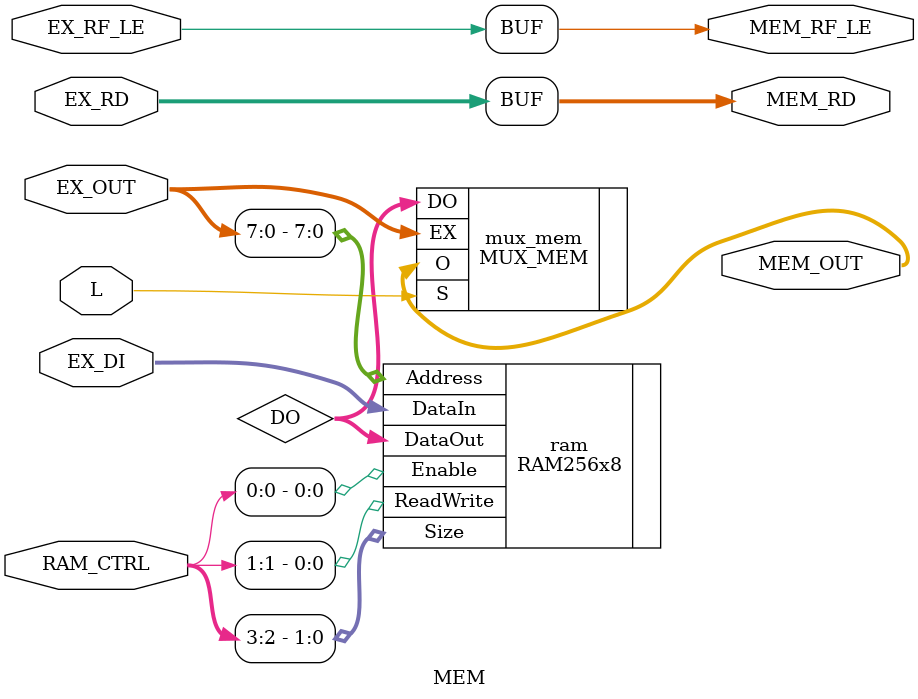
<source format=v>
`include "ROM.v"
`include "RAM.v"
`include "PC_ADDER.v"
`include "PIPELINE_REGISTERS.v"

`include "CU.v"
`include "TAG.v"
`include "ALU.v"
`include "OH.v"
`include "CH.v"
`include "MUXES.v"
`include "TP_REGISTER_FILE.v"

module IF (
  input wire CLK, RST, LE,
  input wire S,
  input wire [7:0] TA,

  output wire [7:0]  address,
  output wire [31:0] instruction
);

    wire [7:0] B_PC;
    wire [7:0] back_q;
    wire [7:0] front_q;
    wire [7:0] next_pc;
    wire [7:0] jump_mux;
    
    PC_BACK_REGISTER back_reg (
        .Q(back_q),
        .D(next_pc),
        .LE(LE),
        .Rst(Rst),
        .Clk(Clk)
    );

    MUX_IF pc_mux (
        .S(S),
        .TA(TA),
        .back(back_q),
        .O(jump_mux)
    );

    PC_FRONT_REGISTER front_reg (
        .Q(front_q),
        .D(jump_mux),
        .LE(LE),
        .Rst(Rst),
        .Clk(Clk)
    );

    PC_ADDER pc_adder (
        .currPC(jump_mux),
        .nextPC(next_pc)
    );

    ROM instr_mem (
        .I(instruction),
        .A(front_q)
    );

    assign address = front_q;

endmodule

module ID (
    input wire CLK,
    input wire S,
    input wire R_LE,
    input wire [7:0]  address,
    input wire [31:0] instruction,
    input wire [4:0]  RD,
    input wire [31:0] PD_EX,
    input wire [31:0] PD_MEM,
    input wire [31:0] PD_WB,

    input wire [1:0]  A_S,
    input wire [1:0]  B_S,

    output wire [7:0] return_address,
    output wire [7:0] target_address,
    output wire [31:0] FPA,
    output wire [31:0] FPB,
    output wire [2:0]  COND,
    output wire [20:0] IM,
    output wire [4:0]  IDR,

    output wire [4:0] RA,
    output wire [4:0] RB,

    // Control unit signals
    output wire [1:0] PSW_LE_RE,       // 2-bit PSW Load / Read Enable
    output wire B,                     // Branch
    output wire [2:0] SOH_OP,          // 3-bit Operand handler opcode
    output wire [3:0] ALU_OP,          // 4-bit ALU opcode
    output wire [3:0] RAM_CTRL,        // 4-bit Ram control
    output wire L,                     // Select Dataout from RAM
    output wire RF_LE,                 // Register File Load Enable
    output wire [1:0] ID_SR,           // 2-bit Instruction Decode Shift Register
    output wire UB                     // Unconditional Branch
);

  wire [4:0] RB_SHF_MUX;
  
  // From Control unit
  wire [1:0] CU_SRD;
  wire [1:0] CU_PSW_LE_RE;
  wire CU_B;
  wire [2:0] CU_SOH_OP;
  wire [3:0] CU_ALU_OP;
  wire [3:0] CU_RAM_CTRL;
  wire CU_L;
  wire CU_RF_LE;
  wire CU_UB;
  wire CU_SHF;
  
  // From Multiplexer of control unit
  wire MUX_SHF;

  wire [31:0] PA;
  wire [31:0] PB;

  CONTROL_UNIT control_unit (
      .instruction(instruction),
      .SRD(CU_SRD),             // Not pass to MUX
      .PSW_LE_RE(CU_PSW_LE_RE),  
      .B(CU_B),           
      .SOH_OP(CU_SOH_OP), 
      .ALU_OP(CU_ALU_OP),      
      .RAM_CTRL(CU_RAM_CTRL),  
      .L(CU_L),           
      .RF_LE(CU_RF_LE),   
      .ID_SR(ID_SR),           // Not pass to MUX
      .UB(CU_UB),
      .SHF(CU_SHF)
  );

  MUX_ID_IDR mux_id_idr (
      .S(CU_SRD),
      .I_0(instruction[4:0]),
      .I_1(instruction[25:21]),
      .I_2(instruction[20:16]),

      .IDR(IDR)
  );

  MUX_CU mux_cu (
      .S(S),

      .PSW_LE_RE_in(CU_PSW_LE_RE),
      .B_in(CU_B),
      .SOH_OP_in(CU_SOH_OP),
      .ALU_OP_in(CU_ALU_OP),
      .RAM_CTRL_in(CU_RAM_CTRL),
      .L_in(CU_L),
      .RF_LE_in(CU_RF_LE),
      .UB_in(CU_UB), 
      .SHF_in(CU_SHF), 

      .PSW_LE_RE_out(PSW_LE_RE),
      .B_out(B),
      .SOH_OP_out(SOH_OP),
      .ALU_OP_out(ALU_OP),
      .RAM_CTRL_out(RAM_CTRL),
      .L_out(L),
      .RF_LE_out(RF_LE),
      .UB_out(UB),
      .SHF_out(MUX_SHF)
  );

  MUX_ID_SHF mux_id_shf (
      .S(MUX_SHF),

      .RA(instruction[25:21]),
      .RB(instruction[20:16]),
      .O(RB_SHF_MUX)
  );

  TAG tag (
      .B_PC(address),           
      .offset(instruction[20:0]), 

      .TA(target_address),                
      .R(return_address)              
  );

  TP_REGISTER_FILE reg_file (
      .PA(PA), 
      .PB(PB), 

      .PW(PD_WB), 

      .RA(instruction[25:21]),
      .RB(RB_SHF_MUX),
      .RW(RD),

      .Clk(CLK),
      .LE(R_LE)
  );

  MUX_ID_FW_P fwpa (
      .S(A_S),

      .RP(PA),  
      .EX(PD_EX),  
      .MEM(PD_MEM), 
      .WB(PD_WB),  

      .FW_P(FPA)
  );

  MUX_ID_FW_P fwpb (
      .S(B_S),

      .RP(PB),  
      .EX(PD_EX),  
      .MEM(PD_MEM), 
      .WB(PD_WB),  

      .FW_P(FPB)
  );

  assign RA = instruction[25:21];
  assign RB = RB_SHF_MUX;
  assign IM = instruction[20:0];
  assign COND = instruction[15:13];

endmodule


module EX (
  input wire CLK,

  input wire [7:0] return_address,
  input wire [7:0] target_address,
  input wire [31:0] FPA,
  input wire [31:0] FPB,
  input wire [2:0]  COND,
  input wire [20:0] IM,
  input wire [4:0]  IDR,

  // Control unit signals
  input wire [1:0] PSW_LE_RE,      
  input wire B,                     
  input wire [2:0] SOH_OP,         
  input wire [3:0] ALU_OP,         
  input wire [3:0] RAM_CTRL,        
  input wire L,                    
  input wire RF_LE,                
  input wire UB,

  output wire EX_J,                   
  output wire [7:0] TARGET_ADDRESS,
  output wire [31:0] EX_OUT,                   
  output wire [31:0] EX_DI,                   
  output wire [4:0]  EX_RD,                   
  output wire EX_L,                   
  output wire EX_RF_LE, 
  output wire [3:0] RAM_CTRL_OUT 
);

    assign EX_L = L;
    assign EX_RF_LE = RF_LE;
    assign EX_DI = FPB;
    assign EX_RD = IDR;
    assign TARGET_ADDRESS = target_address;
    assign RAM_CTRL_OUT = RAM_CTRL;

    wire [31:0] SOH_OUT;
    wire [31:0] ALU_OUT;
    wire Ci;

    wire Z;
    wire N; 
    wire C;
    wire V;

    wire J;

    OperandHandler op (
        .RB(FPB),
        .I(IM),   
        .S(SOH_OP),   
        .N(SOH_OUT) 
    );

    ALU alu (
        .A(FPA),         
        .B(SOH_OUT),         
        .Ci(Ci),         
        .OP(ALU_OP),         
        .Out(ALU_OUT),
        .Z(Z),
        .N(N), 
        .C(C),
        .V(V)     
    );

    CH condition_handler (
        .B(B),   
        .Odd(ALU_OUT[0]), 
        .Z(Z), 
        .N(N), 
        .C(C), 
        .V(V),   
        .Cond(COND),
        .J(J)      
    );

    PSW_REG psw (
        .clk(CLK),   
        .LE(PSW_LE_RE[0]),    
        .RE(PSW_LE_RE[1]),    
        .C_in(C),  
        .C_out(Ci)
    );

    MUX_EX_J mux_ex_j (
        .S(UB), 
        .J(J),  
        .O(EX_J)  
    );

    MUX_EX_RETURN_ADDRESS mux_ret(
        .S(UB),      
        .R(return_address),   
        .ALU(ALU_OUT), 
        .O(EX_OUT)
    );

endmodule

module MEM (
    input wire [31:0] EX_OUT,                   
    input wire [31:0] EX_DI,                   
    input wire [4:0]  EX_RD, 
    input wire L,
    input wire EX_RF_LE, 
    input wire [3:0]  RAM_CTRL,        

    output wire [4:0]  MEM_RD, 
    output wire [31:0] MEM_OUT,
    output wire MEM_RF_LE 
);

    wire [31:0] DO; 

    RAM256x8 ram (
        .DataOut(DO), 
        .Enable(RAM_CTRL[0]),  
        .ReadWrite(RAM_CTRL[1]),
        .Address(EX_OUT[7:0]),  
        .Size(RAM_CTRL[3:2]),     
        .DataIn(EX_DI)  
    );

    MUX_MEM mux_mem (
        .S(L),           
        .DO(DO),  
        .EX(EX_OUT),   
        .O(MEM_OUT) 
    );

    assign MEM_RF_LE = EX_RF_LE;
    assign MEM_RD = EX_RD;

endmodule
</source>
